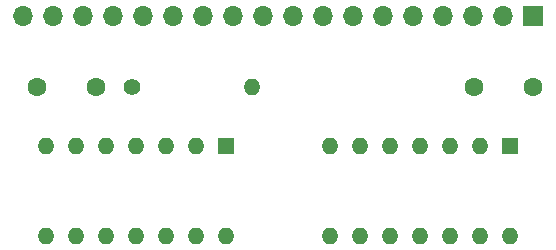
<source format=gbr>
%TF.GenerationSoftware,KiCad,Pcbnew,(5.1.12)-1*%
%TF.CreationDate,2023-06-15T15:44:25+02:00*%
%TF.ProjectId,cs2,6373322e-6b69-4636-9164-5f7063625858,rev?*%
%TF.SameCoordinates,Original*%
%TF.FileFunction,Soldermask,Top*%
%TF.FilePolarity,Negative*%
%FSLAX46Y46*%
G04 Gerber Fmt 4.6, Leading zero omitted, Abs format (unit mm)*
G04 Created by KiCad (PCBNEW (5.1.12)-1) date 2023-06-15 15:44:25*
%MOMM*%
%LPD*%
G01*
G04 APERTURE LIST*
%ADD10R,1.400000X1.400000*%
%ADD11O,1.400000X1.400000*%
%ADD12C,1.600000*%
%ADD13C,1.400000*%
%ADD14R,1.700000X1.700000*%
%ADD15O,1.700000X1.700000*%
G04 APERTURE END LIST*
D10*
%TO.C,U1*%
X169920000Y-108210000D03*
D11*
X154680000Y-115830000D03*
X167380000Y-108210000D03*
X157220000Y-115830000D03*
X164840000Y-108210000D03*
X159760000Y-115830000D03*
X162300000Y-108210000D03*
X162300000Y-115830000D03*
X159760000Y-108210000D03*
X164840000Y-115830000D03*
X157220000Y-108210000D03*
X167380000Y-115830000D03*
X154680000Y-108210000D03*
X169920000Y-115830000D03*
%TD*%
%TO.C,U2*%
X145920000Y-115830000D03*
X130680000Y-108210000D03*
X143380000Y-115830000D03*
X133220000Y-108210000D03*
X140840000Y-115830000D03*
X135760000Y-108210000D03*
X138300000Y-115830000D03*
X138300000Y-108210000D03*
X135760000Y-115830000D03*
X140840000Y-108210000D03*
X133220000Y-115830000D03*
X143380000Y-108210000D03*
X130680000Y-115830000D03*
D10*
X145920000Y-108210000D03*
%TD*%
D12*
%TO.C,C2*%
X166920000Y-103210000D03*
X171920000Y-103210000D03*
%TD*%
D13*
%TO.C,R1*%
X137920000Y-103210000D03*
D11*
X148080000Y-103210000D03*
%TD*%
D12*
%TO.C,C1*%
X134920000Y-103210000D03*
X129920000Y-103210000D03*
%TD*%
D14*
%TO.C,J4*%
X171920000Y-97210000D03*
D15*
X169380000Y-97210000D03*
X166840000Y-97210000D03*
X164300000Y-97210000D03*
X161760000Y-97210000D03*
X159220000Y-97210000D03*
X156680000Y-97210000D03*
X154140000Y-97210000D03*
X151600000Y-97210000D03*
X149060000Y-97210000D03*
X146520000Y-97210000D03*
X143980000Y-97210000D03*
X141440000Y-97210000D03*
X138900000Y-97210000D03*
X136360000Y-97210000D03*
X133820000Y-97210000D03*
X131280000Y-97210000D03*
X128740000Y-97210000D03*
%TD*%
M02*

</source>
